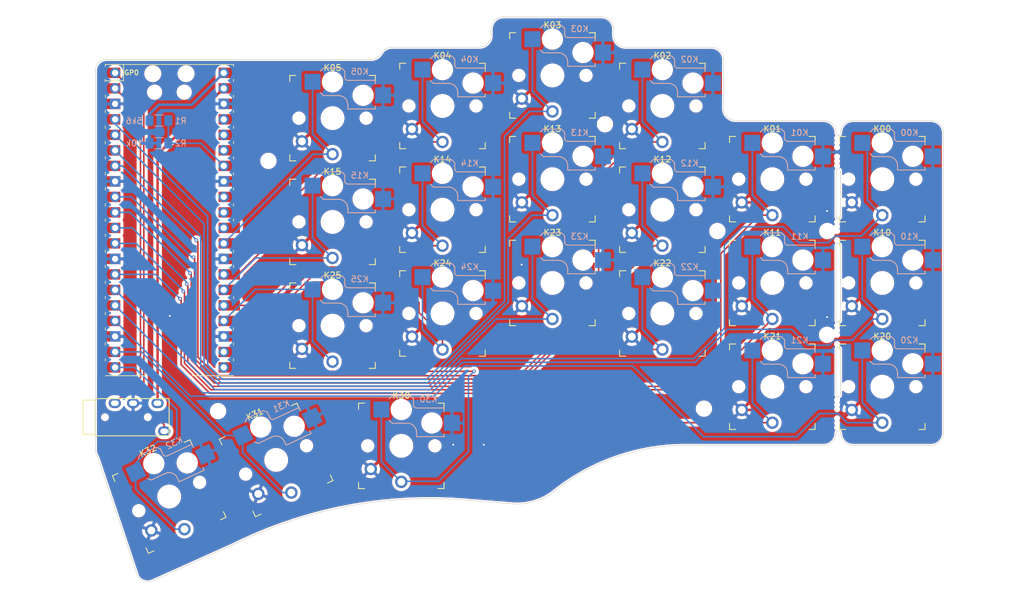
<source format=kicad_pcb>
(kicad_pcb (version 20241229) (generator "pcbnew") (generator_version "9.0")
  (title_block (rev "rev1.0"))
  (layers (0 "F.Cu" signal) (2 "B.Cu" signal) (13 "F.Paste" user) (15 "B.Paste" user) (5 "F.SilkS" user "F.Silkscreen") (7 "B.SilkS" user "B.Silkscreen") (1 "F.Mask" user) (3 "B.Mask" user) (25 "Edge.Cuts" user))
  (net 0 "")
  (net 1 "GND")
  (net 2 "/k00")
  (net 3 "/k01")
  (net 4 "/k02")
  (net 5 "/k03")
  (net 6 "/k04")
  (net 7 "/k05")
  (net 8 "/k10")
  (net 9 "/k11")
  (net 10 "/k12")
  (net 11 "/k13")
  (net 12 "/k14")
  (net 13 "/k15")
  (net 14 "/k20")
  (net 15 "/k21")
  (net 16 "/k22")
  (net 17 "/k23")
  (net 18 "/k24")
  (net 19 "/k25")
  (net 20 "/k30")
  (net 21 "/k31")
  (net 22 "/k32")
  (net 23 "rx")
  (net 24 "tx")
  (net 25 "VBUS")
  (net 26 "vbus_sense")
  (net 33 "VCC")
  (footprint "keyswitches:Kailh_socket_PG1350_optional" (layer "F.Cu") (at 105.24 94)
    (property "Reference" "K25")
    (property "Value" "KEYSW")
  )
  (footprint "keyswitches:Kailh_socket_PG1350_optional" (layer "F.Cu") (at 123.24 92)
    (property "Reference" "K24")
    (property "Value" "KEYSW")
  )
  (footprint "keyswitches:Kailh_socket_PG1350_optional" (layer "F.Cu") (at 177.24 104)
    (property "Reference" "K21")
    (property "Value" "KEYSW")
  )
  (footprint "keyswitches:Kailh_socket_PG1350_optional" (layer "F.Cu") (at 159.24 58)
    (property "Reference" "K02")
    (property "Value" "KEYSW")
  )
  (footprint "keyswitches:Kailh_socket_PG1350_optional" (layer "F.Cu") (at 195.24 87)
    (property "Reference" "K10")
    (property "Value" "KEYSW")
  )
  (footprint "RPi_Pico:RPi_Pico_SMD_TH" (layer "F.Cu") (at 78.5368 76.708)
    (property "Reference" "U2" (hide yes))
    (property "Value" "Pico")
  )
  (footprint "keyswitches:Kailh_socket_PG1350_optional" (layer "F.Cu") (at 123.24 58)
    (property "Reference" "K04")
    (property "Value" "KEYSW")
  )
  (footprint "keyswitches:Kailh_socket_PG1350_optional" (layer "F.Cu") (at 159.24 75)
    (property "Reference" "K12")
    (property "Value" "KEYSW")
  )
  (footprint "keyswitches:Kailh_socket_PG1350_optional" (layer "F.Cu") (at 116.5 113.689634)
    (property "Reference" "K30")
    (property "Value" "KEYSW")
  )
  (footprint "keyswitches:Kailh_socket_PG1350_optional" (layer "F.Cu") (at 177.24 70)
    (property "Reference" "K01")
    (property "Value" "KEYSW")
  )
  (footprint "keyswitches:Kailh_socket_PG1350_optional" (layer "F.Cu") (at 123.24 75)
    (property "Reference" "K14")
    (property "Value" "KEYSW")
  )
  (footprint "keyswitches:Kailh_socket_PG1350_optional" (layer "F.Cu") (at 141.24 87)
    (property "Reference" "K23")
    (property "Value" "KEYSW")
  )
  (footprint "keyswitches:Kailh_socket_PG1350_optional" (layer "F.Cu") (at 141.24 53)
    (property "Reference" "K03")
    (property "Value" "KEYSW")
  )
  (footprint "keyswitches:Kailh_socket_PG1350_optional" (layer "F.Cu") (at 159.24 92)
    (property "Reference" "K22")
    (property "Value" "KEYSW")
  )
  (footprint "Keebio-Parts:TRRS-PJ-320A" (layer "F.Cu") (at 66.39 109 90)
    (property "Reference" "J1" (hide yes))
    (property "Value" "TRRS")
  )
  (footprint "keyswitches:Kailh_socket_PG1350_optional" (layer "F.Cu") (at 105.24 77)
    (property "Reference" "K15")
    (property "Value" "KEYSW")
  )
  (footprint "keyswitches:Kailh_socket_PG1350_optional" (layer "F.Cu") (at 78.5 122 25)
    (property "Reference" "K32")
    (property "Value" "KEYSW")
  )
  (footprint "keyswitches:Kailh_socket_PG1350_optional" (layer "F.Cu") (at 177.24 87)
    (property "Reference" "K11")
    (property "Value" "KEYSW")
  )
  (footprint "keyswitches:Kailh_socket_PG1350_optional" (layer "F.Cu") (at 105.24 60)
    (property "Reference" "K05")
    (property "Value" "KEYSW")
  )
  (footprint "keyswitches:Kailh_socket_PG1350_optional" (layer "F.Cu") (at 195.24 104)
    (property "Reference" "K20")
    (property "Value" "KEYSW")
  )
  (footprint "keyswitches:Kailh_socket_PG1350_optional" (layer "F.Cu") (at 141.24 70)
    (property "Reference" "K13")
    (property "Value" "KEYSW")
  )
  (footprint "keyswitches:Kailh_socket_PG1350_optional" (layer "F.Cu") (at 195.24 70)
    (property "Reference" "K00")
    (property "Value" "KEYSW")
  )
  (footprint "keyswitches:Kailh_socket_PG1350_optional" (layer "F.Cu") (at 96.006553 116 25)
    (property "Reference" "K31")
    (property "Value" "KEYSW")
  )
  (footprint "Resistor_SMD:R_1206_3216Metric_Pad1.30x1.75mm_HandSolder" (layer "B.Cu") (at 76.8096 64.1096 180)
    (property "Reference" "R2")
    (property "Value" "10k")
  )
  (footprint "beekeeb_lib:MountingHole_2.2mm_M2-8mm" (layer "B.Cu") (at 166.04 107.6 180)
    (property "Reference" "H4" (hide yes))
    (property "Value" "MountingHole")
  )
  (footprint "beekeeb_lib:MountingHole_2.2mm_M2-8mm" (layer "B.Cu") (at 94.74 67 180)
    (property "Reference" "H2" (hide yes))
    (property "Value" "MountingHole")
  )
  (footprint "beekeeb_lib:MountingHole_2.2mm_M2-8mm" (layer "B.Cu") (at 186.24 95.5 180)
    (property "Reference" "H4" (hide yes))
    (property "Value" "MountingHole")
  )
  (footprint "beekeeb_lib:mousebites_2" (layer "B.Cu") (at 187.84 78.5 90)
    (property "Reference" "MB1" (hide yes))
    (property "Value" "MountingHole" (hide yes))
  )
  (footprint "Resistor_SMD:R_1206_3216Metric_Pad1.30x1.75mm_HandSolder" (layer "B.Cu") (at 76.8096 60.4012)
    (property "Reference" "R1")
    (property "Value" "5k6")
  )
  (footprint "beekeeb_lib:mousebites_3" (layer "B.Cu") (at 187.84 108.4352 90)
    (property "Reference" "MB3" (hide yes))
    (property "Value" "MountingHole" (hide yes))
  )
  (footprint "beekeeb_lib:mousebites_2" (layer "B.Cu") (at 187.84 95.5 90)
    (property "Reference" "MB2" (hide yes))
    (property "Value" "MountingHole" (hide yes))
  )
  (footprint "beekeeb_lib:MountingHole_2.2mm_M2-8mm" (layer "B.Cu") (at 186.24 78.5 180)
    (property "Reference" "H4" (hide yes))
    (property "Value" "MountingHole")
  )
  (footprint "beekeeb_lib:MountingHole_2.2mm_M2-8mm" (layer "B.Cu") (at 149.84 61 180)
    (property "Reference" "H1" (hide yes))
    (property "Value" "MountingHole")
  )
  (footprint "beekeeb_lib:MountingHole_2.2mm_M2-8mm" (layer "B.Cu") (at 86.5 108 180)
    (property "Reference" "H3" (hide yes))
    (property "Value" "MountingHole")
  )
  (footprint "beekeeb_lib:MountingHole_2.2mm_M2-8mm" (layer "B.Cu") (at 168.24 78.5 180)
    (property "Reference" "H1" (hide yes))
    (property "Value" "MountingHole")
  )
  (footprint "beekeeb_lib:mousebites_3" (layer "B.Cu") (at 187.84 65.5352 90)
    (property "Reference" "MB4" (hide yes))
    (property "Value" "MountingHole" (hide yes))
  )
  (gr_line (start 187.64 105.3) (end 187.64 97.9) (stroke (width 0.1)) (layer "Edge.Cuts"))
  (gr_arc (start 66.44 52.2) (mid 66.967208 50.927208) (end 68.24 50.4) (stroke (width 0.1)) (layer "Edge.Cuts"))
  (gr_line (start 185.64 60.4) (end 171.24 60.4) (stroke (width 0.1)) (layer "Edge.Cuts"))
  (gr_arc (start 167.24 48.4) (mid 168.654214 48.985786) (end 169.24 50.4) (stroke (width 0.1)) (layer "Edge.Cuts"))
  (gr_line (start 162.74 113.6) (end 185.64 113.6) (stroke (width 0.1)) (layer "Edge.Cuts"))
  (gr_line (start 66.805956 115.487896) (end 73.370425 135.112152) (stroke (width 0.1)) (layer "Edge.Cuts"))
  (gr_arc (start 141.49 121.125) (mid 138.309031 122.788875) (end 134.74 123.175) (stroke (width 0.1)) (layer "Edge.Cuts"))
  (gr_arc (start 149.24 43.4) (mid 150.654214 43.985786) (end 151.24 45.4) (stroke (width 0.1)) (layer "Edge.Cuts"))
  (gr_arc (start 188.44 62.4) (mid 189.025786 60.985786) (end 190.44 60.4) (stroke (width 0.1)) (layer "Edge.Cuts"))
  (gr_line (start 111.489998 50.399998) (end 68.24 50.4) (stroke (width 0.1)) (layer "Edge.Cuts"))
  (gr_line (start 151.24 46.4) (end 151.24 45.4) (stroke (width 0.1)) (layer "Edge.Cuts"))
  (gr_arc (start 188.44 62.4) (mid 188.04 62.8) (end 187.64 62.4) (stroke (width 0.1)) (layer "Edge.Cuts"))
  (gr_line (start 131.24 45.4) (end 131.24 46.4) (stroke (width 0.1)) (layer "Edge.Cuts"))
  (gr_line (start 187.64 76.1) (end 187.64 68.7) (stroke (width 0.1)) (layer "Edge.Cuts"))
  (gr_arc (start 188.44 93.1) (mid 188.04 93.5) (end 187.64 93.1) (stroke (width 0.1)) (layer "Edge.Cuts"))
  (gr_arc (start 187.64 111.6) (mid 188.04 111.2) (end 188.44 111.6) (stroke (width 0.1)) (layer "Edge.Cuts"))
  (gr_arc (start 188.44 76.1) (mid 188.04 76.5) (end 187.64 76.1) (stroke (width 0.1)) (layer "Edge.Cuts"))
  (gr_arc (start 190.44 113.6) (mid 189.025786 113.014214) (end 188.44 111.6) (stroke (width 0.1)) (layer "Edge.Cuts"))
  (gr_line (start 188.44 105.3) (end 188.44 97.9) (stroke (width 0.1)) (layer "Edge.Cuts"))
  (gr_arc (start 66.805956 115.487896) (mid 66.53394 114.973899) (end 66.44 114.4) (stroke (width 0.1)) (layer "Edge.Cuts"))
  (gr_line (start 169.24 58.4) (end 169.24 50.4) (stroke (width 0.1)) (layer "Edge.Cuts"))
  (gr_arc (start 187.64 68.7) (mid 188.04 68.3) (end 188.44 68.7) (stroke (width 0.1)) (layer "Edge.Cuts"))
  (gr_line (start 203.24 60.4) (end 190.44 60.4) (stroke (width 0.1)) (layer "Edge.Cuts"))
  (gr_line (start 190.44 113.6) (end 203.24 113.6) (stroke (width 0.1)) (layer "Edge.Cuts"))
  (gr_arc (start 131.24 45.4) (mid 131.825786 43.985786) (end 133.24 43.4) (stroke (width 0.1)) (layer "Edge.Cuts"))
  (gr_arc (start 153.24 48.4) (mid 151.825786 47.814214) (end 151.24 46.4) (stroke (width 0.1)) (layer "Edge.Cuts"))
  (gr_arc (start 205.24 111.6) (mid 204.654214 113.014214) (end 203.24 113.6) (stroke (width 0.1)) (layer "Edge.Cuts"))
  (gr_line (start 66.44 113.2) (end 66.44 114.4) (stroke (width 0.1)) (layer "Edge.Cuts"))
  (gr_line (start 134.74 123.175) (end 127.44 122.600001) (stroke (width 0.1)) (layer "Edge.Cuts"))
  (gr_line (start 75.815383 135.780032) (end 89.110601 129.8) (stroke (width 0.1)) (layer "Edge.Cuts"))
  (gr_arc (start 187.64 111.6) (mid 187.054214 113.014214) (end 185.64 113.6) (stroke (width 0.1)) (layer "Edge.Cuts"))
  (gr_arc (start 131.24 46.4) (mid 130.654214 47.814214) (end 129.24 48.4) (stroke (width 0.1)) (layer "Edge.Cuts"))
  (gr_line (start 188.44 76.1) (end 188.44 68.7) (stroke (width 0.1)) (layer "Edge.Cuts"))
  (gr_arc (start 113.24 49.4) (mid 112.497787 50.132387) (end 111.489998 50.399998) (stroke (width 0.1)) (layer "Edge.Cuts"))
  (gr_line (start 205.24 111.6) (end 205.24 62.4) (stroke (width 0.1)) (layer "Edge.Cuts"))
  (gr_arc (start 187.64 97.9) (mid 188.04 97.5) (end 188.44 97.9) (stroke (width 0.1)) (layer "Edge.Cuts"))
  (gr_line (start 188.44 93.1) (end 188.44 80.9) (stroke (width 0.1)) (layer "Edge.Cuts"))
  (gr_arc (start 187.64 80.9) (mid 188.04 80.5) (end 188.44 80.9) (stroke (width 0.1)) (layer "Edge.Cuts"))
  (gr_line (start 149.24 43.4) (end 133.24 43.4) (stroke (width 0.1)) (layer "Edge.Cuts"))
  (gr_arc (start 203.24 60.4) (mid 204.654214 60.985786) (end 205.24 62.4) (stroke (width 0.1)) (layer "Edge.Cuts"))
  (gr_arc (start 141.49 121.125) (mid 151.483771 115.579961) (end 162.74 113.600001) (stroke (width 0.1)) (layer "Edge.Cuts"))
  (gr_line (start 167.24 48.4) (end 153.24 48.4) (stroke (width 0.1)) (layer "Edge.Cuts"))
  (gr_arc (start 113.24 49.4) (mid 113.953846 48.668538) (end 114.94 48.4) (stroke (width 0.1)) (layer "Edge.Cuts"))
  (gr_line (start 187.64 93.1) (end 187.64 80.9) (stroke (width 0.1)) (layer "Edge.Cuts"))
  (gr_line (start 66.44 52.2) (end 66.44 113.2) (stroke (width 0.1)) (layer "Edge.Cuts"))
  (gr_arc (start 188.44 105.3) (mid 188.04 105.7) (end 187.64 105.3) (stroke (width 0.1)) (layer "Edge.Cuts"))
  (gr_arc (start 171.24 60.4) (mid 169.825786 59.814214) (end 169.24 58.4) (stroke (width 0.1)) (layer "Edge.Cuts"))
  (gr_arc (start 185.64 60.4) (mid 187.054214 60.985786) (end 187.64 62.4) (stroke (width 0.1)) (layer "Edge.Cuts"))
  (gr_arc (start 75.806524 135.7836) (mid 74.461881 135.907123) (end 73.370393 135.112152) (stroke (width 0.1)) (layer "Edge.Cuts"))
  (gr_line (start 129.24 48.4) (end 114.94 48.4) (stroke (width 0.1)) (layer "Edge.Cuts"))
  (gr_arc (start 89.110601 129.8) (mid 107.780203 123.564333) (end 127.44 122.600001) (stroke (width 0.1)) (layer "Edge.Cuts"))
  (segment (start 191.2 72.84) (end 190.24 73.8) (width 0.4) (layer "F.Cu") (net 1))
  (segment (start 183.4 73.8) (end 186 71.2) (width 0.4) (layer "F.Cu") (net 1))
  (segment (start 188.084721 65.484721) (end 191.2 68.6) (width 0.4) (layer "F.Cu") (net 1))
  (segment (start 187.651206 65.484721) (end 188.084721 65.484721) (width 0.4) (layer "F.Cu") (net 1))
  (segment (start 189.655279 108.384721) (end 190.24 107.8) (width 0.4) (layer "F.Cu") (net 1))
  (segment (start 125 113.5) (end 130 113.5) (width 0.4) (layer "F.Cu") (net 1))
  (segment (start 191.2 68.6) (end 191.2 72.84) (width 0.4) (layer "F.Cu") (net 1))
  (segment (start 186.965527 107.8) (end 187.550248 108.384721) (width 0.4) (layer "F.Cu") (net 1))
  (segment (start 186 71.2) (end 186 67.135927) (width 0.4) (layer "F.Cu") (net 1))
  (segment (start 172.24 73.8) (end 183.4 73.8) (width 0.4) (layer "F.Cu") (net 1))
  (segment (start 186 67.135927) (end 187.651206 65.484721) (width 0.4) (layer "F.Cu") (net 1))
  (segment (start 187.550248 108.384721) (end 189.655279 108.384721) (width 0.4) (layer "F.Cu") (net 1))
  (segment (start 172.24 107.8) (end 186.965527 107.8) (width 0.4) (layer "F.Cu") (net 1))
  (via (at 186.2 92.6) (size 0.6) (drill 0.3) (layers "F.Cu" "B.Cu") (net 1))
  (via (at 136.2 84) (size 0.6) (drill 0.3) (layers "F.Cu" "B.Cu") (net 1))
  (via (at 78.6 92.4) (size 0.6) (drill 0.3) (layers "F.Cu" "B.Cu") (net 1))
  (via (at 186.2 75.2) (size 0.6) (drill 0.3) (layers "F.Cu" "B.Cu") (net 1))
  (via (at 125 113.5) (size 0.6) (drill 0.3) (layers "F.Cu" "B.Cu") (net 1))
  (via (at 130 113.5) (size 0.6) (drill 0.3) (layers "F.Cu" "B.Cu") (net 1))
  (segment (start 191.089521 68.545448) (end 191.089521 72.950479) (width 0.4) (layer "B.Cu") (net 1))
  (segment (start 185.515 66.25) (end 186.179321 65.585679) (width 0.4) (layer "B.Cu") (net 1))
  (segment (start 186.179321 65.585679) (end 188.129752 65.585679) (width 0.4) (layer "B.Cu") (net 1))
  (segment (start 191.089521 72.950479) (end 190.24 73.8) (width 0.4) (layer "B.Cu") (net 1))
  (segment (start 188.129752 65.585679) (end 191.089521 68.545448) (width 0.4) (layer "B.Cu") (net 1))
  (segment (start 186.425289 80.4) (end 181.6 80.4) (width 0.25) (layer "B.Cu") (net 2))
  (segment (start 126.331414 99.4) (end 121.282856 104.448558) (width 0.25) (layer "B.Cu") (net 2))
  (segment (start 164.4 99.4) (end 126.331414 99.4) (width 0.25) (layer "B.Cu") (net 2))
  (segment (start 192.8 64.885) (end 192.8 73.46) (width 0.25) (layer "B.Cu") (net 2))
  (segment (start 181.6 80.4) (end 179 77.8) (width 0.25) (layer "B.Cu") (net 2))
  (segment (start 179 77.8) (end 172.4 77.8) (width 0.25) (layer "B.Cu") (net 2))
  (segment (start 191.965 64.05) (end 192.8 64.885) (width 0.25) (layer "B.Cu") (net 2))
  (segment (start 169.4 80.8) (end 169.4 94.4) (width 0.25) (layer "B.Cu") (net 2))
  (segment (start 191.814521 79.325479) (end 187.49981 79.325479) (width 0.25) (layer "B.Cu") (net 2))
  (segment (start 192.8 73.46) (end 195.24 75.9) (width 0.25) (layer "B.Cu") (net 2))
  (segment (start 172.4 77.8) (end 169.4 80.8) (width 0.25) (layer "B.Cu") (net 2))
  (segment (start 187.49981 79.325479) (end 186.425289 80.4) (width 0.25) (layer "B.Cu") (net 2))
  (segment (start 169.4 94.4) (end 164.4 99.4) (width 0.25) (layer "B.Cu") (net 2))
  (segment (start 195.24 75.9) (end 191.814521 79.325479) (width 0.25) (layer "B.Cu") (net 2))
  (segment (start 121.282856 104.448558) (end 85.957358 104.448558) (width 0.25) (layer "B.Cu") (net 2))
  (segment (start 85.957358 104.448558) (end 69.6468 88.138) (width 0.25) (layer "B.Cu") (net 2))
  (segment (start 175.1 75.9) (end 177.24 75.9) (width 0.25) (layer "F.Cu") (net 3))
  (segment (start 81.55144 99.928578) (end 85.572382 103.94952) (width 0.25) (layer "F.Cu") (net 3))
  (segment (start 168.8 82.2) (end 175.1 75.9) (width 0.25) (layer "F.Cu") (net 3))
  (segment (start 163.45048 103.94952) (end 168.8 98.6) (width 0.25) (layer "F.Cu") (net 3))
  (segment (start 168.8 98.6) (end 168.8 82.2) (width 0.25) (layer "F.Cu") (net 3))
  (segment (start 81.37646 87.2) (end 81.55144 87.37498) (width 0.25) (layer "F.Cu") (net 3))
  (segment (start 81.55144 87.37498) (end 81.55144 99.928578) (width 0.25) (layer "F.Cu") (net 3))
  (segment (start 85.572382 103.94952) (end 163.45048 103.94952) (width 0.25) (layer "F.Cu") (net 3))
  (via (at 81.37646 87.2) (size 0.6) (drill 0.3) (layers "F.Cu" "B.Cu") (net 3))
  (segment (start 173.965 72.625) (end 177.24 75.9) (width 0.25) (layer "B.Cu") (net 3))
  (segment (start 72.4535 77.978) (end 69.6468 77.978) (width 0.25) (layer "B.Cu") (net 3))
  (segment (start 81.37646 86.90096) (end 72.4535 77.978) (width 0.25) (layer "B.Cu") (net 3))
  (segment (start 81.37646 87.2) (end 81.37646 86.90096) (width 0.25) (layer "B.Cu") (net 3))
  (segment (start 173.965 64.05) (end 173.965 72.625) (width 0.25) (layer "B.Cu") (net 3))
  (segment (start 148.8 89.2) (end 148.8 69.8) (width 0.25) (layer "F.Cu") (net 4))
  (segment (start 82.92598 80) (end 83.2 80.27402) (width 0.25) (layer "F.Cu") (net 4))
  (segment (start 135.8 102.2) (end 148.8 89.2) (width 0.25) (layer "F.Cu") (net 4))
  (segment (start 154.7 63.9) (end 159.24 63.9) (width 0.25) (layer "F.Cu") (net 4))
  (segment (start 83.2 80.27402) (end 83.2 99.160222) (width 0.25) (layer "F.Cu") (net 4))
  (segment (start 83.2 99.160222) (end 86.239778 102.2) (width 0.25) (layer "F.Cu") (net 4))
  (segment (start 148.8 69.8) (end 154.7 63.9) (width 0.25) (layer "F.Cu") (net 4))
  (segment (start 86.239778 102.2) (end 135.8 102.2) (width 0.25) (layer "F.Cu") (net 4))
  (via (at 82.92598 80) (size 0.6) (drill 0.3) (layers "F.Cu" "B.Cu") (net 4))
  (segment (start 82.92598 79.94952) (end 70.79446 67.818) (width 0.25) (layer "B.Cu") (net 4))
  (segment (start 82.92598 80) (end 82.92598 79.94952) (width 0.25) (layer "B.Cu") (net 4))
  (segment (start 155.965 60.625) (end 159.24 63.9) (width 0.25) (layer "B.Cu") (net 4))
  (segment (start 70.79446 67.818) (end 69.6468 67.818) (width 0.25) (layer "B.Cu") (net 4))
  (segment (start 155.965 52.05) (end 155.965 60.625) (width 0.25) (layer "B.Cu") (net 4))
  (segment (start 69.6468 60.935568) (end 69.6468 60.198) (width 0.25) (layer "B.Cu") (net 5))
  (segment (start 133.4 63) (end 133.4 90) (width 0.25) (layer "B.Cu") (net 5))
  (segment (start 120.6 102.8) (end 87.2 102.8) (width 0.25) (layer "B.Cu") (net 5))
  (segment (start 87.2 102.8) (end 84.8 100.4) (width 0.25) (layer "B.Cu") (net 5))
  (segment (start 137.5 58.9) (end 133.4 63) (width 0.25) (layer "B.Cu") (net 5))
  (segment (start 84.8 76.088768) (end 69.6468 60.935568) (width 0.25) (layer "B.Cu") (net 5))
  (segment (start 137.965 55.625) (end 141.24 58.9) (width 0.25) (layer "B.Cu") (net 5))
  (segment (start 141.24 58.9) (end 137.5 58.9) (width 0.25) (layer "B.Cu") (net 5))
  (segment (start 137.965 47.05) (end 137.965 55.625) (width 0.25) (layer "B.Cu") (net 5))
  (segment (start 133.4 90) (end 120.6 102.8) (width 0.25) (layer "B.Cu") (net 5))
  (segment (start 84.8 100.4) (end 84.8 76.088768) (width 0.25) (layer "B.Cu") (net 5))
  (segment (start 103.2 68.8) (end 93.8 78.2) (width 0.25) (layer "F.Cu") (net 6))
  (segment (start 123.24 63.9) (end 117.3 63.9) (width 0.25) (layer "F.Cu") (net 6))
  (segment (start 93.8 78.2) (end 93.8 81.6) (width 0.25) (layer "F.Cu") (net 6))
  (segment (start 89.802 85.598) (end 87.4268 85.598) (width 0.25) (layer "F.Cu") (net 6))
  (segment (start 117.3 63.9) (end 112.4 68.8) (width 0.25) (layer "F.Cu") (net 6))
  (segment (start 93.8 81.6) (end 89.802 85.598) (width 0.25) (layer "F.Cu") (net 6))
  (segment (start 112.4 68.8) (end 103.2 68.8) (width 0.25) (layer "F.Cu") (net 6))
  (segment (start 119.965 52.05) (end 119.965 60.625) (width 0.25) (layer "B.Cu") (net 6))
  (segment (start 119.965 60.625) (end 123.24 63.9) (width 0.25) (layer "B.Cu") (net 6))
  (segment (start 101.965 62.625) (end 105.24 65.9) (width 0.25) (layer "B.Cu") (net 7))
  (segment (start 101.965 54.05) (end 101.965 62.625) (width 0.25) (layer "B.Cu") (net 7))
  (segment (start 102.0448 65.9) (end 87.4268 80.518) (width 0.25) (layer "B.Cu") (net 7))
  (segment (start 105.24 65.9) (end 102.0448 65.9) (width 0.25) (layer "B.Cu") (net 7))
  (segment (start 191.965 89.625) (end 195.24 92.9) (width 0.25) (layer "B.Cu") (net 8))
  (segment (start 180.4 94.6) (end 183 97.2) (width 0.25) (layer "B.Cu") (net 8))
  (segment (start 126.508552 100) (end 164.577138 100) (width 0.25) (layer "B.Cu") (net 8))
  (segment (start 187.6 96.4) (end 187.624521 96.375479) (width 0.25) (layer "B.Cu") (net 8))
  (segment (start 187.624521 96.375479) (end 190.327681 96.375479) (width 0.25) (layer "B.Cu") (net 8))
  (segment (start 186.6 97.2) (end 187.4 96.4) (width 0.25) (layer "B.Cu") (net 8))
  (segment (start 164.577138 100) (end 169.977138 94.6) (width 0.25) (layer "B.Cu") (net 8))
  (segment (start 193.80316 92.9) (end 195.24 92.9) (width 0.25) (layer "B.Cu") (net 8))
  (segment (start 191.965 81.05) (end 191.965 89.625) (width 0.25) (layer "B.Cu") (net 8))
  (segment (start 187.4 96.4) (end 187.6 96.4) (width 0.25) (layer "B.Cu") (net 8))
  (segment (start 69.6468 90.678) (end 83.966878 104.998078) (width 0.25) (layer "B.Cu") (net 8))
  (segment (start 169.977138 94.6) (end 180.4 94.6) (width 0.25) (layer "B.Cu") (net 8))
  (segment (start 190.327681 96.375479) (end 193.80316 92.9) (width 0.25) (layer "B.Cu") (net 8))
  (segment (start 121.510474 104.998078) (end 126.508552 100) (width 0.25) (layer "B.Cu") (net 8))
  (segment (start 183 97.2) (end 186.6 97.2) (width 0.25) (layer "B.Cu") (net 8))
  (segment (start 83.966878 104.998078) (end 121.510474 104.998078) (width 0.25) (layer "B.Cu") (net 8))
  (segment (start 165.54 104.6) (end 177.24 92.9) (width 0.25) (layer "F.Cu") (net 9))
  (segment (start 81.00192 88.45092) (end 81.001921 100.156197) (width 0.25) (layer "F.Cu") (net 9))
  (segment (start 85.344763 104.499039) (end 159.49904 104.49904) (width 0.25) (layer "F.Cu") (net 9))
  (segment (start 80.951 88.4) (end 81.00192 88.45092) (width 0.25) (layer "F.Cu") (net 9))
  (segment (start 80.82694 88.4) (end 80.951 88.4) (width 0.25) (layer "F.Cu") (net 9))
  (segment (start 159.49904 104.49904) (end 159.6 104.6) (width 0.25) (layer "F.Cu") (net 9))
  (segment (start 159.6 104.6) (end 165.54 104.6) (width 0.25) (layer "F.Cu") (net 9))
  (segment (start 81.001921 100.156197) (end 85.344763 104.499039) (width 0.25) (layer "F.Cu") (net 9))
  (via (at 80.82694 88.4) (size 0.6) (drill 0.3) (layers "F.Cu" "B.Cu") (net 9))
  (segment (start 80.82694 88.4) (end 80.82694 88.27594) (width 0.25) (layer "B.Cu") (net 9))
  (segment (start 173.965 89.625) (end 177.24 92.9) (width 0.25) (layer "B.Cu") (net 9))
  (segment (start 80.82694 88.27594) (end 73.069 80.518) (width 0.25) (layer "B.Cu") (net 9))
  (segment (start 173.965 81.05) (end 173.965 89.625) (width 0.25) (layer "B.Cu") (net 9))
  (segment (start 73.069 80.518) (end 69.6468 80.518) (width 0.25) (layer "B.Cu") (net 9))
  (segment (start 136.050481 102.749519) (end 157.9 80.9) (width 0.25) (layer "F.Cu") (net 10))
  (segment (start 86.467397 102.749519) (end 136.050481 102.749519) (width 0.25) (layer "F.Cu") (net 10))
  (segment (start 82.65048 82.97498) (end 82.65048 99.38784) (width 0.25) (layer "F.Cu") (net 10))
  (segment (start 157.9 80.9) (end 159.24 80.9) (width 0.25) (layer "F.Cu") (net 10))
  (segment (start 82.4755 82.8) (end 82.65048 82.97498) (width 0.25) (layer "F.Cu") (net 10))
  (segment (start 82.65048 99.38784) (end 86.01216 102.74952) (width 0.25) (layer "F.Cu") (net 10))
  (segment (start 86.01216 102.74952) (end 86.467397 102.749519) (width 0.25) (layer "F.Cu") (net 10))
  (via (at 82.4755 82.8) (size 0.6) (drill 0.3) (layers "F.Cu" "B.Cu") (net 10))
  (segment (start 155.965 77.625) (end 159.24 80.9) (width 0.25) (layer "B.Cu") (net 10))
  (segment (start 82.2 82.8) (end 72.298 72.898) (width 0.25) (layer "B.Cu") (net 10))
  (segment (start 155.965 69.05) (end 155.965 77.625) (width 0.25) (layer "B.Cu") (net 10))
  (segment (start 72.298 72.898) (end 69.6468 72.898) (width 0.25) (layer "B.Cu") (net 10))
  (segment (start 82.4755 82.8) (end 82.2 82.8) (width 0.25) (layer "B.Cu") (net 10))
  (segment (start 134 79.8) (end 137.9 75.9) (width 0.25) (layer "B.Cu") (net 11))
  (segment (start 134 90.177138) (end 134 79.8) (width 0.25) (layer "B.Cu") (net 11))
  (segment (start 120.827619 103.349519) (end 134 90.177138) (width 0.25) (layer "B.Cu") (net 11))
  (segment (start 137.965 72.625) (end 141.24 75.9) (width 0.25) (layer "B.Cu") (net 11))
  (segment (start 137.965 64.05) (end 137.965 72.625) (width 0.25) (layer "B.Cu") (net 11))
  (segment (start 84.2 100.577138) (end 86.972381 103.349519) (width 0.25) (layer "B.Cu") (net 11))
  (segment (start 84.2 77.2912) (end 84.2 100.577138) (width 0.25) (layer "B.Cu") (net 11))
  (segment (start 69.6468 62.738) (end 84.2 77.2912) (width 0.25) (layer "B.Cu") (net 11))
  (segment (start 137.9 75.9) (end 141.24 75.9) (width 0.25) (layer "B.Cu") (net 11))
  (segment (start 86.972381 103.349519) (end 120.827619 103.349519) (width 0.25) (layer "B.Cu") (net 11))
  (segment (start 94.322 90.678) (end 87.4268 90.678) (width 0.25) (layer "F.Cu") (net 12))
  (segment (start 114 84.4) (end 100.6 84.4) (width 0.25) (layer "F.Cu") (net 12))
  (segment (start 123.24 80.9) (end 117.5 80.9) (width 0.25) (layer "F.Cu") (net 12))
  (segment (start 117.5 80.9) (end 114 84.4) (width 0.25) (layer "F.Cu") (net 12))
  (segment (start 100.6 84.4) (end 94.322 90.678) (width 0.25) (layer "F.Cu") (net 12))
  (segment (start 119.965 69.05) (end 119.965 77.625) (width 0.25) (layer "B.Cu") (net 12))
  (segment (start 119.965 77.625) (end 123.24 80.9) (width 0.25) (layer "B.Cu") (net 12))
  (segment (start 105.24 82.9) (end 101.965 79.625) (width 0.25) (layer "B.Cu") (net 13))
  (segment (start 105.24 82.9) (end 92.6648 82.9) (width 0.25) (layer "B.Cu") (net 13))
  (segment (start 92.6648 82.9) (end 87.4268 88.138) (width 0.25) (layer "B.Cu") (net 13))
  (segment (start 101.965 79.625) (end 101.965 71.05) (width 0.25) (layer "B.Cu") (net 13))
  (segment (start 121.852403 105.547597) (end 126.8 100.6) (width 0.25) (layer "B.Cu") (net 14))
  (segment (start 166 112.2) (end 181.2 112.2) (width 0.25) (layer "B.Cu") (net 14))
  (segment (start 189.5 109.9) (end 195.24 109.9) (width 0.25) (layer "B.Cu") (net 14))
  (segment (start 126.8 100.6) (end 154.4 100.6) (width 0.25) (layer "B.Cu") (net 14))
  (segment (start 69.6468 93.218) (end 81.976397 105.547597) (width 0.25) (layer "B.Cu") (net 14))
  (segment (start 181.2 112.2) (end 185 108.4) (width 0.25) (layer "B.Cu") (net 14))
  (segment (start 188 108.4) (end 189.5 109.9) (width 0.25) (layer "B.Cu") (net 14))
  (segment (start 191.965 98.05) (end 191.965 106.625) (width 0.25) (layer "B.Cu") (net 14))
  (segment (start 185 108.4) (end 188 108.4) (width 0.25) (layer "B.Cu") (net 14))
  (segment (start 81.976397 105.547597) (end 121.852403 105.547597) (width 0.25) (layer "B.Cu") (net 14))
  (segment (start 191.965 106.625) (end 195.24 109.9) (width 0.25) (layer "B.Cu") (net 14))
  (segment (start 154.4 100.6) (end 166 112.2) (width 0.25) (layer "B.Cu") (net 14))
  (segment (start 161.1 109.9) (end 177.24 109.9) (width 0.25) (layer "F.Cu") (net 15))
  (segment (start 80.27742 89.6) (end 80.27742 89.65092) (width 0.25) (layer "F.Cu") (net 15))
  (segment (start 80.452402 100.383816) (end 85.166707 105.098121) (width 0.25) (layer "F.Cu") (net 15))
  (segment (start 80.4524 89.8259) (end 80.452402 100.383816) (width 0.25) (layer "F.Cu") (net 15))
  (segment (start 85.166707 105.098121) (end 156.298121 105.098121) (width 0.25) (layer "F.Cu") (net 15))
  (segment (start 156.298121 105.098121) (end 161.1 109.9) (width 0.25) (layer "F.Cu") (net 15))
  (segment (start 80.27742 89.65092) (end 80.4524 89.8259) (width 0.25) (layer "F.Cu") (net 15))
  (via (at 80.27742 89.6) (size 0.6) (drill 0.3) (layers "F.Cu" "B.Cu") (net 15))
  (segment (start 173.965 106.625) (end 177.24 109.9) (width 0.25) (layer "B.Cu") (net 15))
  (segment (start 80.27742 89.6) (end 76.27542 85.598) (width 0.25) (layer "B.Cu") (net 15))
  (segment (start 173.965 98.05) (end 173.965 106.625) (width 0.25) (layer "B.Cu") (net 15))
  (segment (start 76.27542 85.598) (end 69.6468 85.598) (width 0.25) (layer "B.Cu") (net 15))
  (segment (start 82.10096 85.57498) (end 82.10096 99.615458) (width 0.25) (layer "F.Cu") (net 16))
  (segment (start 82.10096 99.615458) (end 85.885502 103.4) (width 0.25) (layer "F.Cu") (net 16))
  (segment (start 81.92598 85.4) (end 82.10096 85.57498) (width 0.25) (layer "F.Cu") (net 16))
  (segment (start 85.885502 103.4) (end 136.177138 103.4) (width 0.25) (layer "F.Cu") (net 16))
  (segment (start 141.677138 97.9) (end 159.24 97.9) (width 0.25) (layer "F.Cu") (net 16))
  (segment (start 136.177138 103.4) (end 141.677138 97.9) (width 0.25) (layer "F.Cu") (net 16))
  (via (at 81.92598 85.4) (size 0.6) (drill 0.3) (layers "F.Cu" "B.Cu") (net 16))
  (segment (start 155.965 94.625) (end 159.24 97.9) (width 0.25) (layer "B.Cu") (net 16))
  (segment (start 72.038 75.438) (end 69.6468 75.438) (width 0.25) (layer "B.Cu") (net 16))
  (segment (start 81.92598 85.4) (end 81.92598 85.32598) (width 0.25) (layer "B.Cu") (net 16))
  (segment (start 155.965 86.05) (end 155.965 94.625) (width 0.25) (layer "B.Cu") (net 16))
  (segment (start 81.92598 85.32598) (end 72.038 75.438) (width 0.25) (layer "B.Cu") (net 16))
  (segment (start 69.6468 65.278) (end 83.65048 79.28168) (width 0.25) (layer "B.Cu") (net 17))
  (segment (start 83.650481 100.804757) (end 86.744763 103.899039) (width 0.25) (layer "B.Cu") (net 17))
  (segment (start 137.965 89.625) (end 141.24 92.9) (width 0.25) (layer "B.Cu") (net 17))
  (segment (start 86.744763 103.899039) (end 121.055238 103.899038) (width 0.25) (layer "B.Cu") (net 17))
  (segment (start 132.054276 92.9) (end 141.24 92.9) (width 0.25) (layer "B.Cu") (net 17))
  (segment (start 121.055238 103.899038) (end 132.054276 92.9) (width 0.25) (layer "B.Cu") (net 17))
  (segment (start 137.965 81.05) (end 137.965 89.625) (width 0.25) (layer "B.Cu") (net 17))
  (segment (start 83.65048 79.28168) (end 83.650481 100.804757) (width 0.25) (layer "B.Cu") (net 17))
  (segment (start 89.502 98.298) (end 87.4268 98.298) (width 0.25) (layer "F.Cu") (net 18))
  (segment (start 115.275479 86.075479) (end 101.724521 86.075479) (width 0.25) (layer "F.Cu") (net 18))
  (segment (start 119.4 91.857554) (end 119.4 90.2) (width 0.25) (layer "F.Cu") (net 18))
  (segment (start 123.24 95.697554) (end 119.4 91.857554) (width 0.25) (layer "F.Cu") (net 18))
  (segment (start 123.24 97.9) (end 123.24 95.697554) (width 0.25) (layer "F.Cu") (net 18))
  (segment (start 119.4 90.2) (end 115.275479 86.075479) (width 0.25) (layer "F.Cu") (net 18))
  (segment (start 101.724521 86.075479) (end 89.502 98.298) (width 0.25) (layer "F.Cu") (net 18))
  (segment (start 119.965 94.625) (end 123.24 97.9) (width 0.25) (layer "B.Cu") (net 18))
  (segment (start 119.965 86.05) (end 119.965 94.625) (width 0.25) (layer "B.Cu") (net 18))
  (segment (start 101.965 88.05) (end 92.5948 88.05) (width 0.25) (layer "B.Cu") (net 19))
  (segment (start 92.5948 88.05) (end 87.4268 93.218) (width 0.25) (layer "B.Cu") (net 19))
  (segment (start 101.965 96.625) (end 101.965 88.05) (width 0.25) (layer "B.Cu") (net 19))
  (segment (start 105.24 99.9) (end 101.965 96.625) (width 0.25) (layer "B.Cu") (net 19))
  (segment (start 128.4 101.4755) (end 88.0643 101.4755) (width 0.25) (layer "F.Cu") (net 20))
  (segment (start 88.0643 101.4755) (end 87.4268 100.838) (width 0.25) (layer "F.Cu") (net 20))
  (via (at 128.4 101.4755) (size 0.6) (drill 0.3) (layers "F.Cu" "B.Cu") (net 20))
  (segment (start 113.225 116.314633) (end 113.225 107.739634) (width 0.25) (layer "B.Cu") (net 20))
  (segment (start 122.643846 119.5) (end 116.589635 119.5) (width 0.25) (layer "B.Cu") (net 20))
  (segment (start 127.5 114.643846) (end 122.643846 119.5) (width 0.25) (layer "B.Cu") (net 20))
  (segment (start 127.5 102.3755) (end 127.5 114.643846) (width 0.25) (layer "B.Cu") (net 20))
  (segment (start 116.500001 119.589634) (end 113.225 116.314633) (width 0.25) (layer "B.Cu") (net 20))
  (segment (start 116.589635 119.5) (end 116.500001 119.589634) (width 0.25) (layer "B.Cu") (net 20))
  (segment (start 128.4 101.4755) (end 127.5 102.3755) (width 0.25) (layer "B.Cu") (net 20))
  (segment (start 90.523817 111.991544) (end 87.643206 111.991544) (width 0.25) (layer "B.Cu") (net 21))
  (segment (start 87.643206 111.991544) (end 73.949662 98.298) (width 0.25) (layer "B.Cu") (net 21))
  (segment (start 73.949662 98.298) (end 69.6468 98.298) (width 0.25) (layer "B.Cu") (net 21))
  (segment (start 97.06316 121.347217) (end 90.523817 114.807874) (width 0.25) (layer "B.Cu") (net 21))
  (segment (start 98.5 121.347217) (end 97.06316 121.347217) (width 0.25) (layer "B.Cu") (net 21))
  (segment (start 90.523817 114.807874) (end 90.523817 111.991544) (width 0.25) (layer "B.Cu") (net 21))
  (segment (start 79.556608 127.347216) (end 73.017263 120.807871) (width 0.25) (layer "B.Cu") (net 22))
  (segment (start 80.993448 127.347216) (end 79.556608 127.347216) (width 0.25) (layer "B.Cu") (net 22))
  (segment (start 76.574415 113) (end 73.017263 116.557152) (width 0.25) (layer "B.Cu") (net 22))
  (segment (start 72.801154 100.838) (end 79.757263 107.794109) (width 0.25) (layer "B.Cu") (net 22))
  (segment (start 73.017263 116.557152) (end 73.017263 117.991543) (width 0.25) (layer "B.Cu") (net 22))
  (segment (start 69.6468 100.838) (end 72.801154 100.838) (width 0.25) (layer "B.Cu") (net 22))
  (segment (start 79 113) (end 76.574415 113) (width 0.25) (layer "B.Cu") (net 22))
  (segment (start 79.757263 107.794109) (end 79.757263 112.242737) (width 0.25) (layer "B.Cu") (net 22))
  (segment (start 73.017263 120.807871) (end 73.017263 117.991543) (width 0.25) (layer "B.Cu") (net 22))
  (segment (start 79.757263 112.242737) (end 79 113) (width 0.25) (layer "B.Cu") (net 22))
  (segment (start 69.6468 55.118) (end 73.8 59.2712) (width 0.25) (layer "F.Cu") (net 23))
  (segment (start 73.8 59.2712) (end 73.8 102.49) (width 0.25) (layer "F.Cu") (net 23))
  (segment (start 73.8 102.49) (end 69.59 106.7) (width 0.25) (layer "F.Cu") (net 23))
  (segment (start 77.69 110.25) (end 74.34952 106.90952) (width 0.25) (layer "F.Cu") (net 24))
  (segment (start 77.69 111.3) (end 77.69 110.25) (width 0.25) (layer "F.Cu") (net 24))
  (segment (start 74.34952 106.90952) (end 74.34952 57.28072) (width 0.25) (layer "F.Cu") (net 24))
  (segment (start 74.34952 57.28072) (end 69.6468 52.578) (width 0.25) (layer "F.Cu") (net 24))
  (segment (start 76.8 57.8) (end 75.2596 59.3404) (width 0.4) (layer "B.Cu") (net 25))
  (segment (start 82.2048 57.8) (end 76.8 57.8) (width 0.4) (layer "B.Cu") (net 25))
  (segment (start 87.4268 52.578) (end 82.2048 57.8) (width 0.4) (layer "B.Cu") (net 25))
  (segment (start 75.2596 59.3404) (end 75.2596 60.4012) (width 0.4) (layer "B.Cu") (net 25))
  (segment (start 78.3596 64.1096) (end 83.7184 64.1096) (width 0.25) (layer "B.Cu") (net 26))
  (segment (start 83.7184 64.1096) (end 87.4268 67.818) (width 0.25) (layer "B.Cu") (net 26))
  (segment (start 78.3596 60.4012) (end 78.3596 64.1096) (width 0.25) (layer "B.Cu") (net 26))
  (segment (start 76.59 106.7) (end 76.6 106.69) (width 0.4) (layer "F.Cu") (net 33))
  (segment (start 87.409898 55.118) (end 87.4268 55.118) (width 0.4) (layer "F.Cu") (net 33))
  (segment (start 76.6 65.927898) (end 87.409898 55.118) (width 0.4) (layer "F.Cu") (net 33))
  (segment (start 76.6 106.69) (end 76.6 65.927898) (width 0.4) (layer "F.Cu") (net 33))
  (zone (net 1) (net_name "GND") (layers "F.Cu" "B.Cu") (connect_pads (clearance 0.508)) (min_thickness 0.25) (fill yes (thermal_gap 0.508) (thermal_bridge_width 0.508))
    (polygon (pts (xy 50.8 137.16) (xy 218.44 137.16) (xy 218.44 40.64) (xy 50.8 40.64)))
  )
)
</source>
